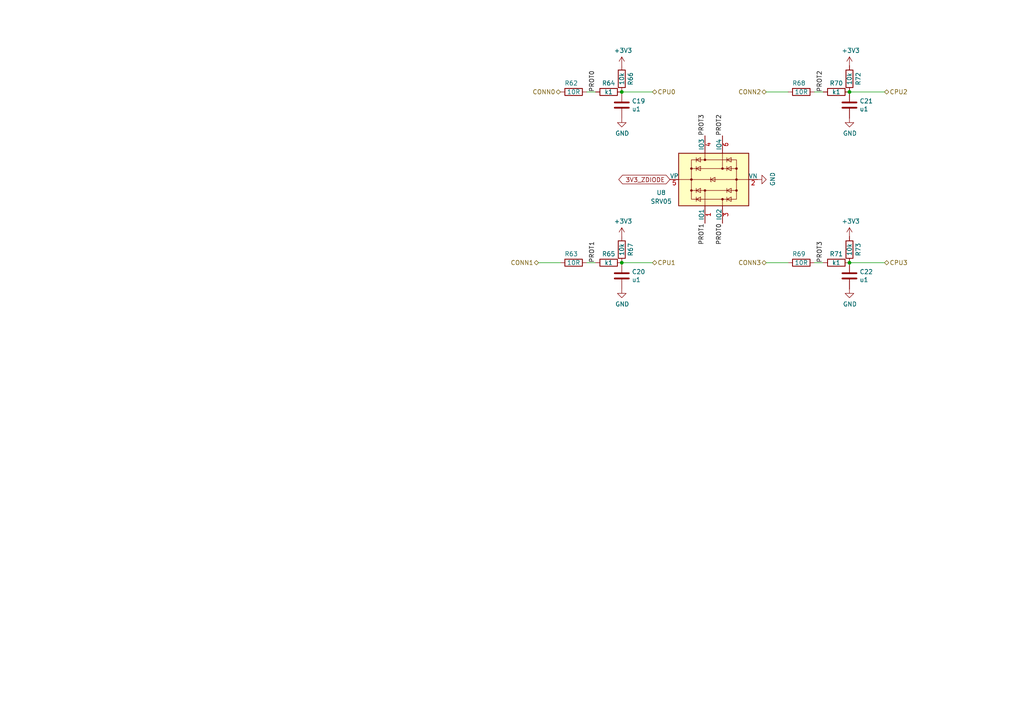
<source format=kicad_sch>
(kicad_sch (version 20211123) (generator eeschema)
  (paper "A4")
  (lib_symbols
    (symbol "Device:C" (pin_numbers hide) (pin_names (offset 0.254))
      (property "Reference" "C" (at 0.635 2.54 0))
      (property "Value" "C" (at 0.635 -2.54 0))
      (symbol "C_0_1"
        (polyline (pts (xy -2.032 -0.762) (xy 2.032 -0.762)) (stroke (width 0.508)))
        (polyline (pts (xy -2.032 0.762) (xy 2.032 0.762)) (stroke (width 0.508)))
      )
      (symbol "C_1_1"
        (pin passive line (at 0 3.81 270) (length 2.794) (name "~") (number "1"))
        (pin passive line (at 0 -3.81 90) (length 2.794) (name "~") (number "2"))
      )
    )
    (symbol "Device:R" (pin_numbers hide) (pin_names (offset 0))
      (property "Reference" "R" (at 2.032 0 90))
      (property "Value" "R" (at 0 0 90))
      (symbol "R_0_1"
        (rectangle (start -1.016 -2.54) (end 1.016 2.54) (stroke (width 0.254)))
      )
      (symbol "R_1_1"
        (pin passive line (at 0 3.81 270) (length 1.27) (name "~") (number "1"))
        (pin passive line (at 0 -3.81 90) (length 1.27) (name "~") (number "2"))
      )
    )
    (symbol "Power_Protection:SRV05-4" (pin_names (offset 0))
      (property "Reference" "U" (at -5.08 11.43 0))
      (property "Value" "SRV05-4" (at 2.54 11.43 0))
      (symbol "SRV05-4_0_0"
        (rectangle (start -5.715 6.477) (end 5.715 -6.604))
        (polyline (pts (xy -3.175 -6.604) (xy -3.175 6.477)))
        (polyline (pts (xy 3.175 6.477) (xy 3.175 -6.604)))
      )
      (symbol "SRV05-4_0_1"
        (rectangle (start -7.62 10.16) (end 7.62 -10.16) (stroke (width 0.254)) (fill (type background)))
        (circle (center -5.715 -2.54) (radius 0.2794) (fill (type outline)))
        (circle (center -3.175 -6.604) (radius 0.2794) (fill (type outline)))
        (circle (center -3.175 2.54) (radius 0.2794) (fill (type outline)))
        (circle (center -3.175 6.477) (radius 0.2794) (fill (type outline)))
        (circle (center 0 -6.604) (radius 0.2794) (fill (type outline)))
        (polyline (pts (xy -7.747 2.54) (xy -3.175 2.54)))
        (polyline (pts (xy -7.62 -2.54) (xy -5.715 -2.54)))
        (polyline (pts (xy -5.08 -3.81) (xy -6.35 -3.81)))
        (polyline (pts (xy -5.08 5.08) (xy -6.35 5.08)))
        (polyline (pts (xy -2.54 -3.81) (xy -3.81 -3.81)))
        (polyline (pts (xy -2.54 5.08) (xy -3.81 5.08)))
        (polyline (pts (xy 0 10.16) (xy 0 -10.16)))
        (polyline (pts (xy 3.81 -3.81) (xy 2.54 -3.81)))
        (polyline (pts (xy 3.81 5.08) (xy 2.54 5.08)))
        (polyline (pts (xy 6.35 -3.81) (xy 5.08 -3.81)))
        (polyline (pts (xy 6.35 5.08) (xy 5.08 5.08)))
        (polyline (pts (xy 7.62 -2.54) (xy 3.175 -2.54)))
        (polyline (pts (xy 7.62 2.54) (xy 5.715 2.54)))
        (polyline (pts (xy 0.635 0.889) (xy -0.635 0.889) (xy -0.635 0.635)))
        (polyline (pts (xy -5.08 -5.08) (xy -6.35 -5.08) (xy -5.715 -3.81) (xy -5.08 -5.08)))
        (polyline (pts (xy -5.08 3.81) (xy -6.35 3.81) (xy -5.715 5.08) (xy -5.08 3.81)))
        (polyline (pts (xy -2.54 -5.08) (xy -3.81 -5.08) (xy -3.175 -3.81) (xy -2.54 -5.08)))
        (polyline (pts (xy -2.54 3.81) (xy -3.81 3.81) (xy -3.175 5.08) (xy -2.54 3.81)))
        (polyline (pts (xy 0.635 -0.381) (xy -0.635 -0.381) (xy 0 0.889) (xy 0.635 -0.381)))
        (polyline (pts (xy 3.81 -5.08) (xy 2.54 -5.08) (xy 3.175 -3.81) (xy 3.81 -5.08)))
        (polyline (pts (xy 3.81 3.81) (xy 2.54 3.81) (xy 3.175 5.08) (xy 3.81 3.81)))
        (polyline (pts (xy 6.35 -5.08) (xy 5.08 -5.08) (xy 5.715 -3.81) (xy 6.35 -5.08)))
        (polyline (pts (xy 6.35 3.81) (xy 5.08 3.81) (xy 5.715 5.08) (xy 6.35 3.81)))
        (circle (center 0 6.477) (radius 0.2794) (fill (type outline)))
        (circle (center 3.175 -6.604) (radius 0.2794) (fill (type outline)))
        (circle (center 3.175 -2.54) (radius 0.2794) (fill (type outline)))
        (circle (center 3.175 6.477) (radius 0.2794) (fill (type outline)))
        (circle (center 5.715 2.54) (radius 0.2794) (fill (type outline)))
      )
      (symbol "SRV05-4_1_1"
        (pin passive line (at -12.7 2.54 0) (length 5.08) (name "IO1") (number "1"))
        (pin passive line (at 0 -12.7 90) (length 2.54) (name "VN") (number "2"))
        (pin passive line (at -12.7 -2.54 0) (length 5.08) (name "IO2") (number "3"))
        (pin passive line (at 12.7 2.54 180) (length 5.08) (name "IO3") (number "4"))
        (pin passive line (at 0 12.7 270) (length 2.54) (name "VP") (number "5"))
        (pin passive line (at 12.7 -2.54 180) (length 5.08) (name "IO4") (number "6"))
      )
    )
    (symbol "power:+3V3" (power) (pin_names (offset 0))
      (property "Value" "+3V3" (at 0 3.556 0))
      (symbol "+3V3_0_1"
        (polyline (pts (xy -0.762 1.27) (xy 0 2.54)))
        (polyline (pts (xy 0 0) (xy 0 2.54)))
        (polyline (pts (xy 0 2.54) (xy 0.762 1.27)))
      )
      (symbol "+3V3_1_1"
        (pin power_in line (at 0 0 90) (length 0) hide (name "+3V3") (number "1"))
      )
    )
    (symbol "power:GND" (power) (pin_names (offset 0))
      (property "Value" "GND" (at 0 -3.81 0))
      (symbol "GND_0_1"
        (polyline (pts (xy 0 0) (xy 0 -1.27) (xy 1.27 -1.27) (xy 0 -2.54) (xy -1.27 -1.27) (xy 0 -1.27)))
      )
      (symbol "GND_1_1"
        (pin power_in line (at 0 0 270) (length 0) hide (name "GND") (number "1"))
      )
    )
  )
  (junction (at 246.38 76.2))
  (junction (at 246.38 26.67))
  (junction (at 180.34 76.2))
  (junction (at 180.34 26.67))
  (wire (pts (xy 236.22 76.2) (xy 238.76 76.2)))
  (wire (pts (xy 180.34 26.67) (xy 189.23 26.67)))
  (wire (pts (xy 236.22 26.67) (xy 238.76 26.67)))
  (wire (pts (xy 180.34 76.2) (xy 189.23 76.2)))
  (wire (pts (xy 246.38 76.2) (xy 256.54 76.2)))
  (wire (pts (xy 170.18 26.67) (xy 172.72 26.67)))
  (wire (pts (xy 222.25 26.67) (xy 228.6 26.67)))
  (wire (pts (xy 170.18 76.2) (xy 172.72 76.2)))
  (wire (pts (xy 222.25 76.2) (xy 228.6 76.2)))
  (wire (pts (xy 156.21 76.2) (xy 162.56 76.2)))
  (wire (pts (xy 246.38 26.67) (xy 256.54 26.67)))
  (label "PROT3" (at 238.76 76.2 90))
  (label "PROT0" (at 172.72 26.67 90))
  (label "PROT0" (at 209.55 64.77 270))
  (label "PROT1" (at 204.47 64.77 270))
  (label "PROT1" (at 172.72 76.2 90))
  (label "PROT2" (at 238.76 26.67 90))
  (label "PROT2" (at 209.55 39.37 90))
  (label "PROT3" (at 204.47 39.37 90))
  (global_label "3V3_ZDIODE" (shape bidirectional) (at 194.31 52.07 180) (property "Intersheet References" "${INTERSHEET_REFS}" (effects hide)))
  (hierarchical_label "CONN0" (shape bidirectional) (at 162.56 26.67 180))
  (hierarchical_label "CPU3" (shape bidirectional) (at 256.54 76.2 0))
  (hierarchical_label "CPU1" (shape bidirectional) (at 189.23 76.2 0))
  (hierarchical_label "CONN3" (shape bidirectional) (at 222.25 76.2 180))
  (hierarchical_label "CPU2" (shape bidirectional) (at 256.54 26.67 0))
  (hierarchical_label "CONN2" (shape bidirectional) (at 222.25 26.67 180))
  (hierarchical_label "CPU0" (shape bidirectional) (at 189.23 26.67 0))
  (hierarchical_label "CONN1" (shape bidirectional) (at 156.21 76.2 180))
  (symbol (lib_id "Device:C") (at 180.34 30.48 0)
    (property "Reference" "C19" (at 183.261 29.3116 0) (effects (justify left)))
    (property "Value" "u1" (at 183.261 31.623 0) (effects (justify left)))
    (property "Footprint" "Capacitor_SMD:C_0603_1608Metric" (effects hide))
  )
  (symbol (lib_id "power:+3V3") (at 180.34 19.05 0)
    (property "Reference" "#PWR074" (effects hide))
    (property "Value" "+3V3" (at 180.721 14.6558 0))
  )
  (symbol (lib_id "Power_Protection:SRV05-4") (at 207.01 52.07 90)
    (property "Reference" "U8" (at 191.77 55.88 90))
    (property "Value" "SRV05" (at 191.77 58.42 90))
    (property "Footprint" "liebler_SEMICONDUCTORS:SOT-23-6-spezial" (effects hide))
    (property "Datasheet" "http://www.onsemi.com/pub/Collateral/SRV05-4-D.PDF" (effects hide))
  )
  (symbol (lib_id "power:GND") (at 219.71 52.07 90)
    (property "Reference" "#PWR078" (effects hide))
    (property "Value" "GND" (at 224.1042 51.943 0))
  )
  (symbol (lib_id "Device:R") (at 166.37 26.67 270)
    (property "Reference" "R62" (at 167.64 24.13 90) (effects (justify right)))
    (property "Value" "10R" (at 166.37 26.67 90))
    (property "Footprint" "Resistor_SMD:R_0603_1608Metric" (effects hide))
  )
  (symbol (lib_id "Device:R") (at 176.53 26.67 270)
    (property "Reference" "R64" (at 176.53 24.13 90))
    (property "Value" "k1" (at 176.53 26.67 90))
    (property "Footprint" "Resistor_SMD:R_0603_1608Metric" (effects hide))
  )
  (symbol (lib_id "Device:R") (at 180.34 22.86 180)
    (property "Reference" "R66" (at 182.88 22.86 90))
    (property "Value" "10k" (at 180.34 22.86 90))
    (property "Footprint" "Resistor_SMD:R_0603_1608Metric" (effects hide))
  )
  (symbol (lib_id "power:+3V3") (at 246.38 19.05 0)
    (property "Reference" "#PWR079" (effects hide))
    (property "Value" "+3V3" (at 246.761 14.6558 0))
  )
  (symbol (lib_id "power:+3V3") (at 246.38 68.58 0)
    (property "Reference" "#PWR081" (effects hide))
    (property "Value" "+3V3" (at 246.761 64.1858 0))
  )
  (symbol (lib_id "Device:R") (at 232.41 26.67 270)
    (property "Reference" "R68" (at 233.68 24.13 90) (effects (justify right)))
    (property "Value" "10R" (at 232.41 26.67 90))
    (property "Footprint" "Resistor_SMD:R_0603_1608Metric" (effects hide))
  )
  (symbol (lib_id "Device:R") (at 246.38 22.86 180)
    (property "Reference" "R72" (at 248.92 22.86 90))
    (property "Value" "10k" (at 246.38 22.86 90))
    (property "Footprint" "Resistor_SMD:R_0603_1608Metric" (effects hide))
  )
  (symbol (lib_id "power:GND") (at 246.38 34.29 0)
    (property "Reference" "#PWR080" (effects hide))
    (property "Value" "GND" (at 246.507 38.6842 0))
  )
  (symbol (lib_id "Device:R") (at 176.53 76.2 270)
    (property "Reference" "R65" (at 176.53 73.66 90))
    (property "Value" "k1" (at 176.53 76.2 90))
    (property "Footprint" "Resistor_SMD:R_0603_1608Metric" (effects hide))
  )
  (symbol (lib_id "power:GND") (at 180.34 83.82 0)
    (property "Reference" "#PWR077" (effects hide))
    (property "Value" "GND" (at 180.467 88.2142 0))
  )
  (symbol (lib_id "Device:C") (at 246.38 30.48 0)
    (property "Reference" "C21" (at 249.301 29.3116 0) (effects (justify left)))
    (property "Value" "u1" (at 249.301 31.623 0) (effects (justify left)))
    (property "Footprint" "Capacitor_SMD:C_0603_1608Metric" (effects hide))
  )
  (symbol (lib_id "Device:R") (at 166.37 76.2 270)
    (property "Reference" "R63" (at 167.64 73.66 90) (effects (justify right)))
    (property "Value" "10R" (at 166.37 76.2 90))
    (property "Footprint" "Resistor_SMD:R_0603_1608Metric" (effects hide))
  )
  (symbol (lib_id "Device:R") (at 232.41 76.2 270)
    (property "Reference" "R69" (at 233.68 73.66 90) (effects (justify right)))
    (property "Value" "10R" (at 232.41 76.2 90))
    (property "Footprint" "Resistor_SMD:R_0603_1608Metric" (effects hide))
  )
  (symbol (lib_id "Device:C") (at 180.34 80.01 0)
    (property "Reference" "C20" (at 183.261 78.8416 0) (effects (justify left)))
    (property "Value" "u1" (at 183.261 81.153 0) (effects (justify left)))
    (property "Footprint" "Capacitor_SMD:C_0603_1608Metric" (effects hide))
  )
  (symbol (lib_id "Device:R") (at 246.38 72.39 180)
    (property "Reference" "R73" (at 248.92 72.39 90))
    (property "Value" "10k" (at 246.38 72.39 90))
    (property "Footprint" "Resistor_SMD:R_0603_1608Metric" (effects hide))
  )
  (symbol (lib_id "power:GND") (at 246.38 83.82 0)
    (property "Reference" "#PWR082" (effects hide))
    (property "Value" "GND" (at 246.507 88.2142 0))
  )
  (symbol (lib_id "power:+3V3") (at 180.34 68.58 0)
    (property "Reference" "#PWR076" (effects hide))
    (property "Value" "+3V3" (at 180.721 64.1858 0))
  )
  (symbol (lib_id "power:GND") (at 180.34 34.29 0)
    (property "Reference" "#PWR075" (effects hide))
    (property "Value" "GND" (at 180.467 38.6842 0))
  )
  (symbol (lib_id "Device:R") (at 242.57 26.67 270)
    (property "Reference" "R70" (at 242.57 24.13 90))
    (property "Value" "k1" (at 242.57 26.67 90))
    (property "Footprint" "Resistor_SMD:R_0603_1608Metric" (effects hide))
  )
  (symbol (lib_id "Device:C") (at 246.38 80.01 0)
    (property "Reference" "C22" (at 249.301 78.8416 0) (effects (justify left)))
    (property "Value" "u1" (at 249.301 81.153 0) (effects (justify left)))
    (property "Footprint" "Capacitor_SMD:C_0603_1608Metric" (effects hide))
  )
  (symbol (lib_id "Device:R") (at 180.34 72.39 180)
    (property "Reference" "R67" (at 182.88 72.39 90))
    (property "Value" "10k" (at 180.34 72.39 90))
    (property "Footprint" "Resistor_SMD:R_0603_1608Metric" (effects hide))
  )
  (symbol (lib_id "Device:R") (at 242.57 76.2 270)
    (property "Reference" "R71" (at 242.57 73.66 90))
    (property "Value" "k1" (at 242.57 76.2 90))
    (property "Footprint" "Resistor_SMD:R_0603_1608Metric" (effects hide))
  )
)
</source>
